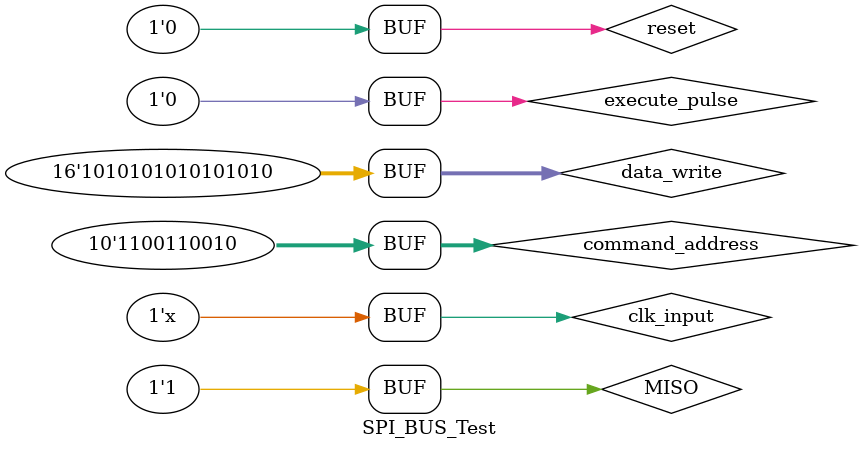
<source format=v>
`timescale 1ns / 1ps


module SPI_BUS_Test;

	// Inputs
	reg clk_input;
	reg MISO;
	reg [15:0] data_write;
	reg [9:0] command_address;
	reg reset;
	reg execute_pulse;

	// Outputs
	wire SCLK;
	wire SS_N;
	wire MOSI;
	wire [15:0] data_read;

	// Instantiate the Unit Under Test (UUT)
	SPI_BUS uut (
		.clk_input(clk_input), 
		.SCLK(SCLK), 
		.SS_N(SS_N), 
		.MOSI(MOSI), 
		.MISO(MISO), 
		.data_write(data_write), 
		.data_read(data_read), 
		.command_address(command_address), 
		.reset(reset), 
		.execute_pulse(execute_pulse)
	);

	initial begin
		// Initialize Inputs
		clk_input = 0;
		MISO = 0;
		data_write = 0;
		command_address = 0;
		reset = 0;
		execute_pulse = 0;

		// Wait 100 ns for global reset to finish
		#10;
      #1  reset = 1 ;
		#5  reset = 0 ;
		// Add stimulus here
		#2  command_address = 10'b1100110011 ;
		data_write = 16'hAAAA;
		#3 execute_pulse = 1 ;
		#3 execute_pulse = 0 ;
		#180
		#2  command_address = 10'b1100110010 ;
		MISO = 1 ;
		#3 execute_pulse = 1 ;
		#3 execute_pulse = 0 ;
		
	end
   always #1  clk_input = ~ clk_input ;
endmodule


</source>
